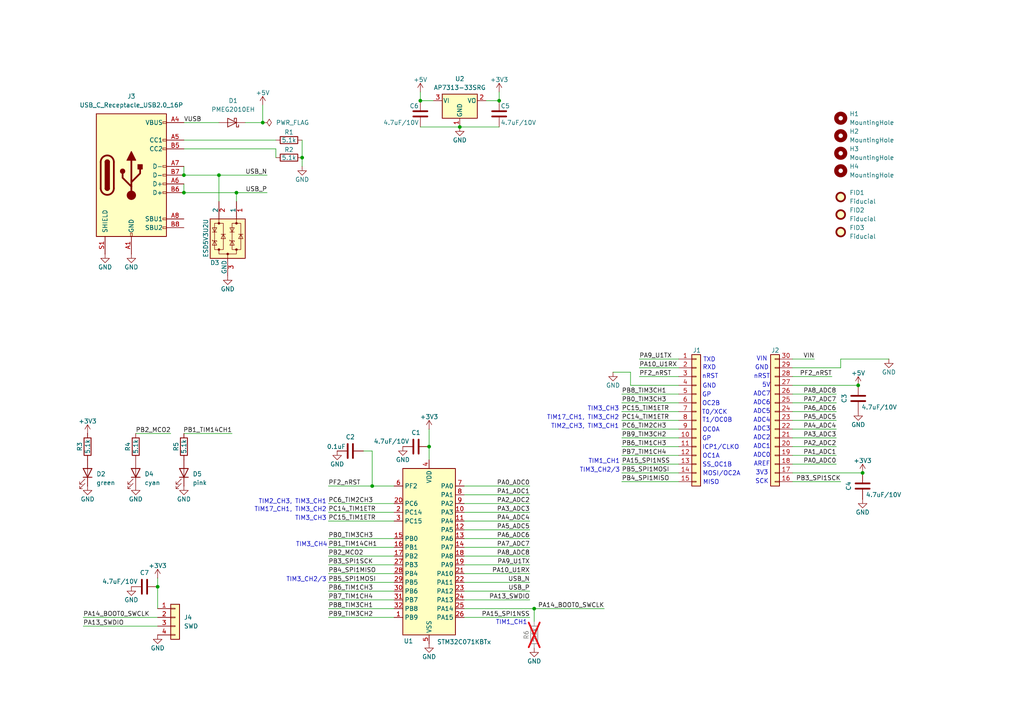
<source format=kicad_sch>
(kicad_sch (version 20250114) (generator "eeschema") (generator_version "9.0")
  (paper "A4")
  (title_block (title "C0-Nano") (date "2025-03-11") (rev "v1") (comment 1 "     https://creativecommons.org/licenses/by-sa/4.0/deed.en") (comment 2 "License: Creative Commons Attribution/Share-Alike 4.0") (comment 3 "Designed by: Benedikt Heinz <hunz at mailbox.org>"))
  (lib_symbols
    (symbol "Connector:USB_C_Receptacle_USB2.0_16P" (pin_names (offset 1.016))
      (property "Reference" "J" (at 0 22.225 0))
      (property "Value" "USB_C_Receptacle_USB2.0_16P" (at 0 19.685 0))
      (symbol "USB_C_Receptacle_USB2.0_16P_0_0"
        (rectangle (start -0.254 -17.78) (end 0.254 -16.764))
        (rectangle (start 10.16 15.494) (end 9.144 14.986))
        (rectangle (start 10.16 10.414) (end 9.144 9.906))
        (rectangle (start 10.16 7.874) (end 9.144 7.366))
        (rectangle (start 10.16 2.794) (end 9.144 2.286))
        (rectangle (start 10.16 0.254) (end 9.144 -0.254))
        (rectangle (start 10.16 -2.286) (end 9.144 -2.794))
        (rectangle (start 10.16 -4.826) (end 9.144 -5.334))
        (rectangle (start 10.16 -12.446) (end 9.144 -12.954))
        (rectangle (start 10.16 -14.986) (end 9.144 -15.494))
      )
      (symbol "USB_C_Receptacle_USB2.0_16P_0_1"
        (rectangle (start -10.16 17.78) (end 10.16 -17.78) (stroke (width 0.254)) (fill (type background)))
        (polyline (pts (xy -8.89 -3.81) (xy -8.89 3.81)) (stroke (width 0.508)))
        (rectangle (start -7.62 -3.81) (end -6.35 3.81) (stroke (width 0.254)) (fill (type outline)))
        (arc (start -7.62 3.81) (mid -6.985 4.4423) (end -6.35 3.81) (stroke (width 0.254)))
        (arc (start -7.62 3.81) (mid -6.985 4.4423) (end -6.35 3.81) (stroke (width 0.254)) (fill (type outline)))
        (arc (start -8.89 3.81) (mid -6.985 5.7067) (end -5.08 3.81) (stroke (width 0.508)))
        (arc (start -5.08 -3.81) (mid -6.985 -5.7067) (end -8.89 -3.81) (stroke (width 0.508)))
        (arc (start -6.35 -3.81) (mid -6.985 -4.4423) (end -7.62 -3.81) (stroke (width 0.254)))
        (arc (start -6.35 -3.81) (mid -6.985 -4.4423) (end -7.62 -3.81) (stroke (width 0.254)) (fill (type outline)))
        (polyline (pts (xy -5.08 3.81) (xy -5.08 -3.81)) (stroke (width 0.508)))
        (circle (center -2.54 1.143) (radius 0.635) (stroke (width 0.254)) (fill (type outline)))
        (polyline (pts (xy -1.27 4.318) (xy 0 6.858) (xy 1.27 4.318) (xy -1.27 4.318)) (stroke (width 0.254)) (fill (type outline)))
        (polyline (pts (xy 0 -2.032) (xy 2.54 0.508) (xy 2.54 1.778)) (stroke (width 0.508)))
        (polyline (pts (xy 0 -3.302) (xy -2.54 -0.762) (xy -2.54 0.508)) (stroke (width 0.508)))
        (polyline (pts (xy 0 -5.842) (xy 0 4.318)) (stroke (width 0.508)))
        (circle (center 0 -5.842) (radius 1.27) (fill (type outline)))
        (rectangle (start 1.905 1.778) (end 3.175 3.048) (stroke (width 0.254)) (fill (type outline)))
      )
      (symbol "USB_C_Receptacle_USB2.0_16P_1_1"
        (pin passive line (at -7.62 -22.86 90) (length 5.08) (name "SHIELD") (number "S1"))
        (pin passive line (at 0 -22.86 90) (length 5.08) (name "GND") (number "A1"))
        (pin passive line (at 0 -22.86 90) (length 5.08) (hide yes) (name "GND") (number "A12"))
        (pin passive line (at 0 -22.86 90) (length 5.08) (hide yes) (name "GND") (number "B1"))
        (pin passive line (at 0 -22.86 90) (length 5.08) (hide yes) (name "GND") (number "B12"))
        (pin passive line (at 15.24 15.24 180) (length 5.08) (name "VBUS") (number "A4"))
        (pin passive line (at 15.24 15.24 180) (length 5.08) (hide yes) (name "VBUS") (number "A9"))
        (pin passive line (at 15.24 15.24 180) (length 5.08) (hide yes) (name "VBUS") (number "B4"))
        (pin passive line (at 15.24 15.24 180) (length 5.08) (hide yes) (name "VBUS") (number "B9"))
        (pin bidirectional line (at 15.24 10.16 180) (length 5.08) (name "CC1") (number "A5"))
        (pin bidirectional line (at 15.24 7.62 180) (length 5.08) (name "CC2") (number "B5"))
        (pin bidirectional line (at 15.24 2.54 180) (length 5.08) (name "D-") (number "A7"))
        (pin bidirectional line (at 15.24 0 180) (length 5.08) (name "D-") (number "B7"))
        (pin bidirectional line (at 15.24 -2.54 180) (length 5.08) (name "D+") (number "A6"))
        (pin bidirectional line (at 15.24 -5.08 180) (length 5.08) (name "D+") (number "B6"))
        (pin bidirectional line (at 15.24 -12.7 180) (length 5.08) (name "SBU1") (number "A8"))
        (pin bidirectional line (at 15.24 -15.24 180) (length 5.08) (name "SBU2") (number "B8"))
      )
    )
    (symbol "Connector_Generic:Conn_01x04" (pin_names (offset 1.016) (hide yes))
      (property "Reference" "J" (at 0 5.08 0))
      (property "Value" "Conn_01x04" (at 0 -7.62 0))
      (symbol "Conn_01x04_1_1"
        (rectangle (start -1.27 3.81) (end 1.27 -6.35) (stroke (width 0.254)) (fill (type background)))
        (rectangle (start -1.27 2.667) (end 0 2.413) (stroke (width 0.1524)))
        (rectangle (start -1.27 0.127) (end 0 -0.127) (stroke (width 0.1524)))
        (rectangle (start -1.27 -2.413) (end 0 -2.667) (stroke (width 0.1524)))
        (rectangle (start -1.27 -4.953) (end 0 -5.207) (stroke (width 0.1524)))
        (pin passive line (at -5.08 2.54 0) (length 3.81) (name "Pin_1") (number "1"))
        (pin passive line (at -5.08 0 0) (length 3.81) (name "Pin_2") (number "2"))
        (pin passive line (at -5.08 -2.54 0) (length 3.81) (name "Pin_3") (number "3"))
        (pin passive line (at -5.08 -5.08 0) (length 3.81) (name "Pin_4") (number "4"))
      )
    )
    (symbol "Connector_Generic:Conn_01x15" (pin_names (offset 1.016) (hide yes))
      (property "Reference" "J" (at 0 20.32 0))
      (property "Value" "Conn_01x15" (at 0 -20.32 0))
      (symbol "Conn_01x15_1_1"
        (rectangle (start -1.27 19.05) (end 1.27 -19.05) (stroke (width 0.254)) (fill (type background)))
        (rectangle (start -1.27 17.907) (end 0 17.653) (stroke (width 0.1524)))
        (rectangle (start -1.27 15.367) (end 0 15.113) (stroke (width 0.1524)))
        (rectangle (start -1.27 12.827) (end 0 12.573) (stroke (width 0.1524)))
        (rectangle (start -1.27 10.287) (end 0 10.033) (stroke (width 0.1524)))
        (rectangle (start -1.27 7.747) (end 0 7.493) (stroke (width 0.1524)))
        (rectangle (start -1.27 5.207) (end 0 4.953) (stroke (width 0.1524)))
        (rectangle (start -1.27 2.667) (end 0 2.413) (stroke (width 0.1524)))
        (rectangle (start -1.27 0.127) (end 0 -0.127) (stroke (width 0.1524)))
        (rectangle (start -1.27 -2.413) (end 0 -2.667) (stroke (width 0.1524)))
        (rectangle (start -1.27 -4.953) (end 0 -5.207) (stroke (width 0.1524)))
        (rectangle (start -1.27 -7.493) (end 0 -7.747) (stroke (width 0.1524)))
        (rectangle (start -1.27 -10.033) (end 0 -10.287) (stroke (width 0.1524)))
        (rectangle (start -1.27 -12.573) (end 0 -12.827) (stroke (width 0.1524)))
        (rectangle (start -1.27 -15.113) (end 0 -15.367) (stroke (width 0.1524)))
        (rectangle (start -1.27 -17.653) (end 0 -17.907) (stroke (width 0.1524)))
        (pin passive line (at -5.08 17.78 0) (length 3.81) (name "Pin_1") (number "1"))
        (pin passive line (at -5.08 15.24 0) (length 3.81) (name "Pin_2") (number "2"))
        (pin passive line (at -5.08 12.7 0) (length 3.81) (name "Pin_3") (number "3"))
        (pin passive line (at -5.08 10.16 0) (length 3.81) (name "Pin_4") (number "4"))
        (pin passive line (at -5.08 7.62 0) (length 3.81) (name "Pin_5") (number "5"))
        (pin passive line (at -5.08 5.08 0) (length 3.81) (name "Pin_6") (number "6"))
        (pin passive line (at -5.08 2.54 0) (length 3.81) (name "Pin_7") (number "7"))
        (pin passive line (at -5.08 0 0) (length 3.81) (name "Pin_8") (number "8"))
        (pin passive line (at -5.08 -2.54 0) (length 3.81) (name "Pin_9") (number "9"))
        (pin passive line (at -5.08 -5.08 0) (length 3.81) (name "Pin_10") (number "10"))
        (pin passive line (at -5.08 -7.62 0) (length 3.81) (name "Pin_11") (number "11"))
        (pin passive line (at -5.08 -10.16 0) (length 3.81) (name "Pin_12") (number "12"))
        (pin passive line (at -5.08 -12.7 0) (length 3.81) (name "Pin_13") (number "13"))
        (pin passive line (at -5.08 -15.24 0) (length 3.81) (name "Pin_14") (number "14"))
        (pin passive line (at -5.08 -17.78 0) (length 3.81) (name "Pin_15") (number "15"))
      )
    )
    (symbol "Device:C" (pin_numbers (hide yes)) (pin_names (offset 0.254))
      (property "Reference" "C" (at 0.635 2.54 0))
      (property "Value" "C" (at 0.635 -2.54 0))
      (symbol "C_0_1"
        (polyline (pts (xy -2.032 0.762) (xy 2.032 0.762)) (stroke (width 0.508)))
        (polyline (pts (xy -2.032 -0.762) (xy 2.032 -0.762)) (stroke (width 0.508)))
      )
      (symbol "C_1_1"
        (pin passive line (at 0 3.81 270) (length 2.794) (name "~") (number "1"))
        (pin passive line (at 0 -3.81 90) (length 2.794) (name "~") (number "2"))
      )
    )
    (symbol "Device:LED" (pin_numbers (hide yes)) (pin_names (offset 1.016) (hide yes))
      (property "Reference" "D" (at 0 2.54 0))
      (property "Value" "LED" (at 0 -2.54 0))
      (symbol "LED_0_1"
        (polyline (pts (xy -3.048 -0.762) (xy -4.572 -2.286) (xy -3.81 -2.286) (xy -4.572 -2.286) (xy -4.572 -1.524)))
        (polyline (pts (xy -1.778 -0.762) (xy -3.302 -2.286) (xy -2.54 -2.286) (xy -3.302 -2.286) (xy -3.302 -1.524)))
        (polyline (pts (xy -1.27 0) (xy 1.27 0)))
        (polyline (pts (xy -1.27 -1.27) (xy -1.27 1.27)) (stroke (width 0.254)))
        (polyline (pts (xy 1.27 -1.27) (xy 1.27 1.27) (xy -1.27 0) (xy 1.27 -1.27)) (stroke (width 0.254)))
      )
      (symbol "LED_1_1"
        (pin passive line (at -3.81 0 0) (length 2.54) (name "K") (number "1"))
        (pin passive line (at 3.81 0 180) (length 2.54) (name "A") (number "2"))
      )
    )
    (symbol "Device:R" (pin_numbers (hide yes)) (pin_names (offset 0))
      (property "Reference" "R" (at 2.032 0 90))
      (property "Value" "R" (at 0 0 90))
      (symbol "R_0_1"
        (rectangle (start -1.016 -2.54) (end 1.016 2.54) (stroke (width 0.254)))
      )
      (symbol "R_1_1"
        (pin passive line (at 0 3.81 270) (length 1.27) (name "~") (number "1"))
        (pin passive line (at 0 -3.81 90) (length 1.27) (name "~") (number "2"))
      )
    )
    (symbol "Diode:PMEG2010EH" (pin_numbers (hide yes)) (pin_names (hide yes))
      (property "Reference" "D" (at 0 2.54 0))
      (property "Value" "PMEG2010EH" (at 0 -2.54 0))
      (symbol "PMEG2010EH_0_1"
        (polyline (pts (xy -1.905 0.635) (xy -1.905 1.27) (xy -1.27 1.27) (xy -1.27 -1.27) (xy -0.635 -1.27) (xy -0.635 -0.635)) (stroke (width 0.2032)))
        (polyline (pts (xy 1.27 1.27) (xy 1.27 -1.27) (xy -1.27 0) (xy 1.27 1.27)) (stroke (width 0.2032)))
        (polyline (pts (xy 1.27 0) (xy -1.27 0)))
      )
      (symbol "PMEG2010EH_1_1"
        (pin passive line (at -3.81 0 0) (length 2.54) (name "K") (number "1"))
        (pin passive line (at 3.81 0 180) (length 2.54) (name "A") (number "2"))
      )
    )
    (symbol "MCU_ST_STM32C0:STM32C071KBTx"
      (property "Reference" "U" (at -7.62 26.67 0))
      (property "Value" "STM32C071KBTx" (at 2.54 26.67 0))
      (symbol "STM32C071KBTx_0_1"
        (rectangle (start -7.62 -22.86) (end 7.62 25.4) (stroke (width 0.254)) (fill (type background)))
      )
      (symbol "STM32C071KBTx_1_1"
        (pin bidirectional line (at -10.16 20.32 0) (length 2.54) (name "PF2") (number "6"))
        (pin bidirectional line (at -10.16 15.24 0) (length 2.54) (name "PC6") (number "20"))
        (pin bidirectional line (at -10.16 12.7 0) (length 2.54) (name "PC14") (number "2"))
        (pin bidirectional line (at -10.16 10.16 0) (length 2.54) (name "PC15") (number "3"))
        (pin bidirectional line (at -10.16 5.08 0) (length 2.54) (name "PB0") (number "15"))
        (pin bidirectional line (at -10.16 2.54 0) (length 2.54) (name "PB1") (number "16"))
        (pin bidirectional line (at -10.16 0 0) (length 2.54) (name "PB2") (number "17"))
        (pin bidirectional line (at -10.16 -2.54 0) (length 2.54) (name "PB3") (number "27"))
        (pin bidirectional line (at -10.16 -5.08 0) (length 2.54) (name "PB4") (number "28"))
        (pin bidirectional line (at -10.16 -7.62 0) (length 2.54) (name "PB5") (number "29"))
        (pin bidirectional line (at -10.16 -10.16 0) (length 2.54) (name "PB6") (number "30"))
        (pin bidirectional line (at -10.16 -12.7 0) (length 2.54) (name "PB7") (number "31"))
        (pin bidirectional line (at -10.16 -15.24 0) (length 2.54) (name "PB8") (number "32"))
        (pin bidirectional line (at -10.16 -17.78 0) (length 2.54) (name "PB9") (number "1"))
        (pin power_in line (at 0 27.94 270) (length 2.54) (name "VDD") (number "4"))
        (pin power_in line (at 0 -25.4 90) (length 2.54) (name "VSS") (number "5"))
        (pin bidirectional line (at 10.16 20.32 180) (length 2.54) (name "PA0") (number "7"))
        (pin bidirectional line (at 10.16 17.78 180) (length 2.54) (name "PA1") (number "8"))
        (pin bidirectional line (at 10.16 15.24 180) (length 2.54) (name "PA2") (number "9"))
        (pin bidirectional line (at 10.16 12.7 180) (length 2.54) (name "PA3") (number "10"))
        (pin bidirectional line (at 10.16 10.16 180) (length 2.54) (name "PA4") (number "11"))
        (pin bidirectional line (at 10.16 7.62 180) (length 2.54) (name "PA5") (number "12"))
        (pin bidirectional line (at 10.16 5.08 180) (length 2.54) (name "PA6") (number "13"))
        (pin bidirectional line (at 10.16 2.54 180) (length 2.54) (name "PA7") (number "14"))
        (pin bidirectional line (at 10.16 0 180) (length 2.54) (name "PA8") (number "18"))
        (pin bidirectional line (at 10.16 -2.54 180) (length 2.54) (name "PA9") (number "19"))
        (pin bidirectional line (at 10.16 -5.08 180) (length 2.54) (name "PA10") (number "21"))
        (pin bidirectional line (at 10.16 -7.62 180) (length 2.54) (name "PA11") (number "22"))
        (pin bidirectional line (at 10.16 -10.16 180) (length 2.54) (name "PA12") (number "23"))
        (pin bidirectional line (at 10.16 -12.7 180) (length 2.54) (name "PA13") (number "24"))
        (pin bidirectional line (at 10.16 -15.24 180) (length 2.54) (name "PA14") (number "25"))
        (pin bidirectional line (at 10.16 -17.78 180) (length 2.54) (name "PA15") (number "26"))
      )
    )
    (symbol "Mechanical:Fiducial" (exclude_from_sim yes) (in_bom no)
      (property "Reference" "FID" (at 0 5.08 0))
      (property "Value" "Fiducial" (at 0 3.175 0))
      (symbol "Fiducial_0_1"
        (circle (center 0 0) (radius 1.27) (stroke (width 0.508)) (fill (type background)))
      )
    )
    (symbol "Mechanical:MountingHole" (pin_names (offset 1.016)) (exclude_from_sim yes) (in_bom no)
      (property "Reference" "H" (at 0 5.08 0))
      (property "Value" "MountingHole" (at 0 3.175 0))
      (symbol "MountingHole_0_1"
        (circle (center 0 0) (radius 1.27) (stroke (width 1.27)))
      )
    )
    (symbol "Regulator_Linear:MCP1703Ax-330xxTT" (pin_names (offset 0.254))
      (property "Reference" "U" (at -3.81 3.175 0))
      (property "Value" "MCP1703Ax-330xxTT" (at 0 3.175 0))
      (symbol "MCP1703Ax-330xxTT_0_1"
        (rectangle (start -5.08 -5.08) (end 5.08 1.905) (stroke (width 0.254)) (fill (type background)))
      )
      (symbol "MCP1703Ax-330xxTT_1_1"
        (pin power_in line (at -7.62 0 0) (length 2.54) (name "VI") (number "3"))
        (pin power_in line (at 0 -7.62 90) (length 2.54) (name "GND") (number "1"))
        (pin power_out line (at 7.62 0 180) (length 2.54) (name "VO") (number "2"))
      )
    )
    (symbol "ft234_lib:ESD5V3U2U" (pin_names (offset 0))
      (property "Reference" "D" (at 6.35 -3.81 0))
      (property "Value" "ESD5V3U2U" (at 7.62 -7.62 0))
      (symbol "ESD5V3U2U_0_1"
        (rectangle (start -5.08 5.08) (end 5.08 -6.35) (stroke (width 0.254)) (fill (type background)))
        (polyline (pts (xy -4.445 0.635) (xy -3.175 0.635)))
        (rectangle (start -3.81 3.81) (end -1.27 -3.81))
        (polyline (pts (xy -3.175 -0.635) (xy -4.445 -0.635) (xy -3.81 0.635) (xy -3.175 -0.635)))
        (circle (center -2.54 3.81) (radius 0.2794) (fill (type outline)))
        (polyline (pts (xy -2.54 3.81) (xy -2.54 5.08)))
        (circle (center -2.54 -3.81) (radius 0.2794) (fill (type outline)))
        (polyline (pts (xy -1.905 2.54) (xy -0.635 2.54) (xy -1.27 1.27) (xy -1.905 2.54)))
        (polyline (pts (xy -1.905 -1.27) (xy -1.905 -1.524)))
        (polyline (pts (xy -1.905 -1.27) (xy -0.635 -1.27)))
        (polyline (pts (xy -0.635 1.27) (xy -1.905 1.27)))
        (polyline (pts (xy -0.635 -1.27) (xy -0.635 -1.016)))
        (polyline (pts (xy -0.635 -2.54) (xy -1.905 -2.54) (xy -1.27 -1.27) (xy -0.635 -2.54)))
        (circle (center 0 -5.08) (radius 0.2794) (fill (type outline)))
        (polyline (pts (xy 0 -6.35) (xy 0 -5.08)))
        (polyline (pts (xy 0.635 0.635) (xy 1.905 0.635)))
        (rectangle (start 1.27 3.81) (end 3.81 -3.81))
        (polyline (pts (xy 1.905 -0.635) (xy 0.635 -0.635) (xy 1.27 0.635) (xy 1.905 -0.635)))
        (polyline (pts (xy 2.54 3.81) (xy 2.54 5.08)))
        (circle (center 2.54 3.81) (radius 0.2794) (fill (type outline)))
        (polyline (pts (xy 2.54 -3.81) (xy 2.54 -5.08) (xy 0 -5.08) (xy -2.54 -5.08) (xy -2.54 -3.81)))
        (circle (center 2.54 -3.81) (radius 0.2794) (fill (type outline)))
        (polyline (pts (xy 3.175 2.54) (xy 4.445 2.54) (xy 3.81 1.27) (xy 3.175 2.54)))
        (polyline (pts (xy 3.175 -1.27) (xy 3.175 -1.524)))
        (polyline (pts (xy 3.175 -1.27) (xy 4.445 -1.27)))
        (polyline (pts (xy 4.445 1.27) (xy 3.175 1.27)))
        (polyline (pts (xy 4.445 -1.27) (xy 4.445 -1.016)))
        (polyline (pts (xy 4.445 -2.54) (xy 3.175 -2.54) (xy 3.81 -1.27) (xy 4.445 -2.54)))
      )
      (symbol "ESD5V3U2U_1_1"
        (pin passive line (at -2.54 10.16 270) (length 5.08) (name "1") (number "1"))
        (pin passive line (at 0 -11.43 90) (length 5.08) (name "GND") (number "3"))
        (pin passive line (at 2.54 10.16 270) (length 5.08) (name "2") (number "2"))
      )
    )
    (symbol "power:+3V3" (power) (pin_numbers (hide yes)) (pin_names (offset 0) (hide yes))
      (property "Value" "+3V3" (at 0 3.556 0))
      (symbol "+3V3_0_1"
        (polyline (pts (xy -0.762 1.27) (xy 0 2.54)))
        (polyline (pts (xy 0 2.54) (xy 0.762 1.27)))
        (polyline (pts (xy 0 0) (xy 0 2.54)))
      )
      (symbol "+3V3_1_1"
        (pin power_in line (at 0 0 90) (length 0) (name "~") (number "1"))
      )
    )
    (symbol "power:+5V" (power) (pin_numbers (hide yes)) (pin_names (offset 0) (hide yes))
      (property "Value" "+5V" (at 0 3.556 0))
      (symbol "+5V_0_1"
        (polyline (pts (xy -0.762 1.27) (xy 0 2.54)))
        (polyline (pts (xy 0 2.54) (xy 0.762 1.27)))
        (polyline (pts (xy 0 0) (xy 0 2.54)))
      )
      (symbol "+5V_1_1"
        (pin power_in line (at 0 0 90) (length 0) (name "~") (number "1"))
      )
    )
    (symbol "power:GND" (power) (pin_numbers (hide yes)) (pin_names (offset 0) (hide yes))
      (property "Value" "GND" (at 0 -3.81 0))
      (symbol "GND_0_1"
        (polyline (pts (xy 0 0) (xy 0 -1.27) (xy 1.27 -1.27) (xy 0 -2.54) (xy -1.27 -1.27) (xy 0 -1.27)))
      )
      (symbol "GND_1_1"
        (pin power_in line (at 0 0 270) (length 0) (name "~") (number "1"))
      )
    )
    (symbol "power:PWR_FLAG" (power) (pin_numbers (hide yes)) (pin_names (offset 0) (hide yes))
      (property "Value" "PWR_FLAG" (at 0 3.81 0))
      (symbol "PWR_FLAG_0_0"
        (pin power_out line (at 0 0 90) (length 0) (name "~") (number "1"))
      )
      (symbol "PWR_FLAG_0_1"
        (polyline (pts (xy 0 0) (xy 0 1.27) (xy -1.016 1.905) (xy 0 2.54) (xy 1.016 1.905) (xy 0 1.27)))
      )
    )
    (symbol "symbols:Conn_01x15_16_30" (pin_names (offset 1.016) (hide yes))
      (property "Reference" "J" (at 0 20.32 0))
      (property "Value" "Conn_01x15_16_30" (at 0 -20.32 0))
      (symbol "Conn_01x15_16_30_1_1"
        (rectangle (start -1.27 19.05) (end 1.27 -19.05) (stroke (width 0.254)) (fill (type background)))
        (rectangle (start -1.27 17.907) (end 0 17.653) (stroke (width 0.1524)))
        (rectangle (start -1.27 15.367) (end 0 15.113) (stroke (width 0.1524)))
        (rectangle (start -1.27 12.827) (end 0 12.573) (stroke (width 0.1524)))
        (rectangle (start -1.27 10.287) (end 0 10.033) (stroke (width 0.1524)))
        (rectangle (start -1.27 7.747) (end 0 7.493) (stroke (width 0.1524)))
        (rectangle (start -1.27 5.207) (end 0 4.953) (stroke (width 0.1524)))
        (rectangle (start -1.27 2.667) (end 0 2.413) (stroke (width 0.1524)))
        (rectangle (start -1.27 0.127) (end 0 -0.127) (stroke (width 0.1524)))
        (rectangle (start -1.27 -2.413) (end 0 -2.667) (stroke (width 0.1524)))
        (rectangle (start -1.27 -4.953) (end 0 -5.207) (stroke (width 0.1524)))
        (rectangle (start -1.27 -7.493) (end 0 -7.747) (stroke (width 0.1524)))
        (rectangle (start -1.27 -10.033) (end 0 -10.287) (stroke (width 0.1524)))
        (rectangle (start -1.27 -12.573) (end 0 -12.827) (stroke (width 0.1524)))
        (rectangle (start -1.27 -15.113) (end 0 -15.367) (stroke (width 0.1524)))
        (rectangle (start -1.27 -17.653) (end 0 -17.907) (stroke (width 0.1524)))
        (pin passive line (at -5.08 17.78 0) (length 3.81) (name "Pin_16") (number "16"))
        (pin passive line (at -5.08 15.24 0) (length 3.81) (name "Pin_17") (number "17"))
        (pin passive line (at -5.08 12.7 0) (length 3.81) (name "Pin_18") (number "18"))
        (pin passive line (at -5.08 10.16 0) (length 3.81) (name "Pin_19") (number "19"))
        (pin passive line (at -5.08 7.62 0) (length 3.81) (name "Pin_20") (number "20"))
        (pin passive line (at -5.08 5.08 0) (length 3.81) (name "Pin_21") (number "21"))
        (pin passive line (at -5.08 2.54 0) (length 3.81) (name "Pin_22") (number "22"))
        (pin passive line (at -5.08 0 0) (length 3.81) (name "Pin_23") (number "23"))
        (pin passive line (at -5.08 -2.54 0) (length 3.81) (name "Pin_24") (number "24"))
        (pin passive line (at -5.08 -5.08 0) (length 3.81) (name "Pin_25") (number "25"))
        (pin passive line (at -5.08 -7.62 0) (length 3.81) (name "Pin_26") (number "26"))
        (pin passive line (at -5.08 -10.16 0) (length 3.81) (name "Pin_27") (number "27"))
        (pin passive line (at -5.08 -12.7 0) (length 3.81) (name "Pin_28") (number "28"))
        (pin passive line (at -5.08 -15.24 0) (length 3.81) (name "Pin_29") (number "29"))
        (pin passive line (at -5.08 -17.78 0) (length 3.81) (name "Pin_30") (number "30"))
      )
    )
  )
  (text "TIM2_CH3, TIM3_CH1" (at 94.742 145.542 0) (effects (font (size 1.27 1.27)) (justify right)))
  (text "RXD" (at 205.74 106.68 0) (effects (font (size 1.27 1.27))))
  (text "GND" (at 220.98 106.68 0) (effects (font (size 1.27 1.27))))
  (text "TIM3_CH2/3" (at 179.832 136.398 0) (effects (font (size 1.27 1.27)) (justify right)))
  (text "OC2B" (at 206.248 117.094 0) (effects (font (size 1.27 1.27))))
  (text "nRST" (at 205.994 109.22 0) (effects (font (size 1.27 1.27))))
  (text "GP" (at 204.978 127.254 0) (effects (font (size 1.27 1.27))))
  (text "OC0A" (at 206.248 124.714 0) (effects (font (size 1.27 1.27))))
  (text "TIM17_CH1, TIM3_CH2" (at 179.578 121.158 0) (effects (font (size 1.27 1.27)) (justify right)))
  (text "OC1A" (at 206.248 132.334 0) (effects (font (size 1.27 1.27))))
  (text "ADC7" (at 220.98 114.3 0) (effects (font (size 1.27 1.27))))
  (text "3V3" (at 220.98 137.16 0) (effects (font (size 1.27 1.27))))
  (text "nRST" (at 220.98 109.22 0) (effects (font (size 1.27 1.27))))
  (text "ADC6" (at 220.98 116.84 0) (effects (font (size 1.27 1.27))))
  (text "ADC4" (at 220.98 121.92 0) (effects (font (size 1.27 1.27))))
  (text "TIM1_CH1" (at 143.764 180.594 0) (effects (font (size 1.27 1.27)) (justify left)))
  (text "TIM3_CH2/3" (at 94.742 168.148 0) (effects (font (size 1.27 1.27)) (justify right)))
  (text "MISO" (at 206.248 139.954 0) (effects (font (size 1.27 1.27))))
  (text "ADC3" (at 220.98 124.46 0) (effects (font (size 1.27 1.27))))
  (text "TIM3_CH3" (at 179.578 118.618 0) (effects (font (size 1.27 1.27)) (justify right)))
  (text "TIM17_CH1, TIM3_CH2" (at 94.742 147.828 0) (effects (font (size 1.27 1.27)) (justify right)))
  (text "GND" (at 205.74 112.014 0) (effects (font (size 1.27 1.27))))
  (text "SS_OC1B" (at 208.026 134.874 0) (effects (font (size 1.27 1.27))))
  (text "GP" (at 204.978 114.554 0) (effects (font (size 1.27 1.27))))
  (text "VIN" (at 220.98 104.14 0) (effects (font (size 1.27 1.27))))
  (text "AREF" (at 220.98 134.62 0) (effects (font (size 1.27 1.27))))
  (text "ADC1" (at 220.98 129.54 0) (effects (font (size 1.27 1.27))))
  (text "T1/OC0B" (at 208.026 121.92 0) (effects (font (size 1.27 1.27))))
  (text "TIM3_CH3" (at 94.742 150.368 0) (effects (font (size 1.27 1.27)) (justify right)))
  (text "ADC0" (at 220.98 132.08 0) (effects (font (size 1.27 1.27))))
  (text "TIM2_CH3, TIM3_CH1" (at 179.578 123.698 0) (effects (font (size 1.27 1.27)) (justify right)))
  (text "T0/XCK" (at 207.264 119.634 0) (effects (font (size 1.27 1.27))))
  (text "TIM3_CH4" (at 94.996 157.988 0) (effects (font (size 1.27 1.27)) (justify right)))
  (text "ADC5" (at 220.98 119.38 0) (effects (font (size 1.27 1.27))))
  (text "SCK" (at 220.98 139.7 0) (effects (font (size 1.27 1.27))))
  (text "ICP1/CLKO" (at 209.042 129.794 0) (effects (font (size 1.27 1.27))))
  (text "TIM1_CH1" (at 179.832 133.858 0) (effects (font (size 1.27 1.27)) (justify right)))
  (text "ADC2" (at 220.98 127 0) (effects (font (size 1.27 1.27))))
  (text "5V" (at 222.25 111.76 0) (effects (font (size 1.27 1.27))))
  (text "MOSI/OC2A" (at 209.296 137.414 0) (effects (font (size 1.27 1.27))))
  (text "TXD" (at 205.74 104.394 0) (effects (font (size 1.27 1.27))))
  (junction (at 68.58 55.88))
  (junction (at 154.94 176.53))
  (junction (at 121.92 29.21))
  (junction (at 107.95 140.97))
  (junction (at 144.78 29.21))
  (junction (at 248.92 111.76))
  (junction (at 87.63 45.72))
  (junction (at 63.5 50.8))
  (junction (at 250.19 137.16))
  (junction (at 76.2 35.56))
  (junction (at 53.34 55.88))
  (junction (at 133.35 36.83))
  (junction (at 45.72 170.18))
  (junction (at 53.34 50.8))
  (junction (at 124.46 129.54))
  (wire (pts (xy 153.67 140.97) (xy 134.62 140.97)))
  (wire (pts (xy 242.57 132.08) (xy 229.87 132.08)))
  (wire (pts (xy 180.34 137.16) (xy 196.85 137.16)))
  (wire (pts (xy 53.34 40.64) (xy 80.01 40.64)))
  (wire (pts (xy 95.25 158.75) (xy 114.3 158.75)))
  (wire (pts (xy 124.46 129.54) (xy 124.46 133.35)))
  (wire (pts (xy 153.67 156.21) (xy 134.62 156.21)))
  (wire (pts (xy 153.67 168.91) (xy 134.62 168.91)))
  (wire (pts (xy 95.25 151.13) (xy 114.3 151.13)))
  (wire (pts (xy 107.95 130.81) (xy 107.95 140.97)))
  (wire (pts (xy 80.01 43.18) (xy 80.01 45.72)))
  (wire (pts (xy 105.41 130.81) (xy 107.95 130.81)))
  (wire (pts (xy 242.57 127) (xy 229.87 127)))
  (wire (pts (xy 242.57 129.54) (xy 229.87 129.54)))
  (wire (pts (xy 71.12 35.56) (xy 76.2 35.56)))
  (wire (pts (xy 153.67 143.51) (xy 134.62 143.51)))
  (wire (pts (xy 63.5 50.8) (xy 77.47 50.8)))
  (wire (pts (xy 95.25 146.05) (xy 114.3 146.05)))
  (wire (pts (xy 180.34 139.7) (xy 196.85 139.7)))
  (wire (pts (xy 229.87 137.16) (xy 250.19 137.16)))
  (wire (pts (xy 53.34 43.18) (xy 80.01 43.18)))
  (wire (pts (xy 243.84 104.14) (xy 257.81 104.14)))
  (wire (pts (xy 140.97 29.21) (xy 144.78 29.21)))
  (wire (pts (xy 229.87 111.76) (xy 248.92 111.76)))
  (wire (pts (xy 180.34 121.92) (xy 196.85 121.92)))
  (wire (pts (xy 95.25 163.83) (xy 114.3 163.83)))
  (wire (pts (xy 185.42 106.68) (xy 196.85 106.68)))
  (wire (pts (xy 53.34 125.73) (xy 67.31 125.73)))
  (wire (pts (xy 49.53 125.73) (xy 39.37 125.73)))
  (wire (pts (xy 242.57 121.92) (xy 229.87 121.92)))
  (wire (pts (xy 76.2 30.48) (xy 76.2 35.56)))
  (wire (pts (xy 133.35 36.83) (xy 144.78 36.83)))
  (wire (pts (xy 95.25 173.99) (xy 114.3 173.99)))
  (wire (pts (xy 95.25 156.21) (xy 114.3 156.21)))
  (wire (pts (xy 242.57 134.62) (xy 229.87 134.62)))
  (wire (pts (xy 95.25 161.29) (xy 114.3 161.29)))
  (wire (pts (xy 144.78 26.67) (xy 144.78 29.21)))
  (wire (pts (xy 121.92 26.67) (xy 121.92 29.21)))
  (wire (pts (xy 242.57 124.46) (xy 229.87 124.46)))
  (wire (pts (xy 180.34 114.3) (xy 196.85 114.3)))
  (wire (pts (xy 153.67 151.13) (xy 134.62 151.13)))
  (wire (pts (xy 185.42 104.14) (xy 196.85 104.14)))
  (wire (pts (xy 153.67 148.59) (xy 134.62 148.59)))
  (wire (pts (xy 180.34 119.38) (xy 196.85 119.38)))
  (wire (pts (xy 68.58 55.88) (xy 77.47 55.88)))
  (wire (pts (xy 180.34 134.62) (xy 196.85 134.62)))
  (wire (pts (xy 53.34 48.26) (xy 53.34 50.8)))
  (wire (pts (xy 229.87 106.68) (xy 243.84 106.68)))
  (wire (pts (xy 124.46 124.46) (xy 124.46 129.54)))
  (wire (pts (xy 95.25 166.37) (xy 114.3 166.37)))
  (wire (pts (xy 182.88 111.76) (xy 196.85 111.76)))
  (wire (pts (xy 180.34 124.46) (xy 196.85 124.46)))
  (wire (pts (xy 242.57 119.38) (xy 229.87 119.38)))
  (wire (pts (xy 180.34 127) (xy 196.85 127)))
  (wire (pts (xy 121.92 36.83) (xy 133.35 36.83)))
  (wire (pts (xy 180.34 116.84) (xy 196.85 116.84)))
  (wire (pts (xy 229.87 109.22) (xy 241.3 109.22)))
  (wire (pts (xy 95.25 148.59) (xy 114.3 148.59)))
  (wire (pts (xy 63.5 58.42) (xy 63.5 50.8)))
  (wire (pts (xy 153.67 179.07) (xy 134.62 179.07)))
  (wire (pts (xy 87.63 40.64) (xy 87.63 45.72)))
  (wire (pts (xy 95.25 179.07) (xy 114.3 179.07)))
  (wire (pts (xy 153.67 166.37) (xy 134.62 166.37)))
  (wire (pts (xy 242.57 114.3) (xy 229.87 114.3)))
  (wire (pts (xy 95.25 176.53) (xy 114.3 176.53)))
  (wire (pts (xy 87.63 48.26) (xy 87.63 45.72)))
  (wire (pts (xy 53.34 53.34) (xy 53.34 55.88)))
  (wire (pts (xy 153.67 158.75) (xy 134.62 158.75)))
  (wire (pts (xy 182.88 107.95) (xy 182.88 111.76)))
  (wire (pts (xy 229.87 139.7) (xy 243.84 139.7)))
  (wire (pts (xy 153.67 171.45) (xy 134.62 171.45)))
  (wire (pts (xy 243.84 106.68) (xy 243.84 104.14)))
  (wire (pts (xy 180.34 129.54) (xy 196.85 129.54)))
  (wire (pts (xy 175.26 176.53) (xy 154.94 176.53)))
  (wire (pts (xy 95.25 171.45) (xy 114.3 171.45)))
  (wire (pts (xy 95.25 168.91) (xy 114.3 168.91)))
  (wire (pts (xy 95.25 140.97) (xy 107.95 140.97)))
  (wire (pts (xy 177.8 107.95) (xy 182.88 107.95)))
  (wire (pts (xy 153.67 146.05) (xy 134.62 146.05)))
  (wire (pts (xy 153.67 153.67) (xy 134.62 153.67)))
  (wire (pts (xy 196.85 109.22) (xy 185.42 109.22)))
  (wire (pts (xy 45.72 176.53) (xy 45.72 170.18)))
  (wire (pts (xy 53.34 35.56) (xy 63.5 35.56)))
  (wire (pts (xy 68.58 55.88) (xy 68.58 58.42)))
  (wire (pts (xy 53.34 50.8) (xy 63.5 50.8)))
  (wire (pts (xy 229.87 104.14) (xy 236.22 104.14)))
  (wire (pts (xy 153.67 163.83) (xy 134.62 163.83)))
  (wire (pts (xy 154.94 176.53) (xy 134.62 176.53)))
  (wire (pts (xy 121.92 29.21) (xy 125.73 29.21)))
  (wire (pts (xy 153.67 173.99) (xy 134.62 173.99)))
  (wire (pts (xy 24.13 179.07) (xy 45.72 179.07)))
  (wire (pts (xy 107.95 140.97) (xy 114.3 140.97)))
  (wire (pts (xy 180.34 132.08) (xy 196.85 132.08)))
  (wire (pts (xy 53.34 55.88) (xy 68.58 55.88)))
  (wire (pts (xy 24.13 181.61) (xy 45.72 181.61)))
  (wire (pts (xy 242.57 116.84) (xy 229.87 116.84)))
  (wire (pts (xy 154.94 180.34) (xy 154.94 176.53)))
  (wire (pts (xy 153.67 161.29) (xy 134.62 161.29)))
  (wire (pts (xy 45.72 170.18) (xy 45.72 167.64)))
  (label "PA9_U1TX" (at 153.67 163.83 180))
  (label "PB7_TIM1CH4" (at 95.25 173.99 0))
  (label "PB5_SPI1MOSI" (at 180.34 137.16 0))
  (label "PA1_ADC1" (at 242.57 132.08 180))
  (label "PA14_BOOT0_SWCLK" (at 175.26 176.53 180))
  (label "PA13_SWDIO" (at 24.13 181.61 0))
  (label "PB4_SPI1MISO" (at 95.25 166.37 0))
  (label "PA5_ADC5" (at 242.57 121.92 180))
  (label "PF2_nRST" (at 185.42 109.22 0))
  (label "USB_N" (at 77.47 50.8 180))
  (label "PC14_TIM1ETR" (at 95.25 148.59 0))
  (label "PA6_ADC6" (at 153.67 156.21 180))
  (label "PA13_SWDIO" (at 153.67 173.99 180))
  (label "PA15_SPI1NSS" (at 153.67 179.07 180))
  (label "PA7_ADC7" (at 153.67 158.75 180))
  (label "PF2_nRST" (at 241.3 109.22 180))
  (label "PB5_SPI1MOSI" (at 95.25 168.91 0))
  (label "PB2_MCO2" (at 95.25 161.29 0))
  (label "PB3_SPI1SCK" (at 95.25 163.83 0))
  (label "PB6_TIM1CH3" (at 95.25 171.45 0))
  (label "PB8_TIM3CH1" (at 95.25 176.53 0))
  (label "PA15_SPI1NSS" (at 180.34 134.62 0))
  (label "PA0_ADC0" (at 242.57 134.62 180))
  (label "PB0_TIM3CH3" (at 180.34 116.84 0))
  (label "PA4_ADC4" (at 153.67 151.13 180))
  (label "PA3_ADC3" (at 153.67 148.59 180))
  (label "PB7_TIM1CH4" (at 180.34 132.08 0))
  (label "PA10_U1RX" (at 185.42 106.68 0))
  (label "PA14_BOOT0_SWCLK" (at 24.13 179.07 0))
  (label "PB4_SPI1MISO" (at 180.34 139.7 0))
  (label "PC14_TIM1ETR" (at 180.34 121.92 0))
  (label "PA1_ADC1" (at 153.67 143.51 180))
  (label "PA0_ADC0" (at 153.67 140.97 180))
  (label "PA5_ADC5" (at 153.67 153.67 180))
  (label "PC6_TIM2CH3" (at 95.25 146.05 0))
  (label "PA3_ADC3" (at 242.57 127 180))
  (label "PA8_ADC8" (at 242.57 114.3 180))
  (label "PB0_TIM3CH3" (at 95.25 156.21 0))
  (label "VUSB" (at 53.34 35.56 0))
  (label "PA8_ADC8" (at 153.67 161.29 180))
  (label "PA4_ADC4" (at 242.57 124.46 180))
  (label "PB1_TIM14CH1" (at 67.31 125.73 180))
  (label "PC6_TIM2CH3" (at 180.34 124.46 0))
  (label "PB1_TIM14CH1" (at 95.25 158.75 0))
  (label "PB3_SPI1SCK" (at 243.84 139.7 180))
  (label "PA6_ADC6" (at 242.57 119.38 180))
  (label "PB9_TIM3CH2" (at 180.34 127 0))
  (label "PC15_TIM1ETR" (at 95.25 151.13 0))
  (label "PA7_ADC7" (at 242.57 116.84 180))
  (label "PC15_TIM1ETR" (at 180.34 119.38 0))
  (label "PF2_nRST" (at 95.25 140.97 0))
  (label "PA2_ADC2" (at 153.67 146.05 180))
  (label "USB_N" (at 153.67 168.91 180))
  (label "USB_P" (at 153.67 171.45 180))
  (label "PB9_TIM3CH2" (at 95.25 179.07 0))
  (label "PA9_U1TX" (at 185.42 104.14 0))
  (label "PB8_TIM3CH1" (at 180.34 114.3 0))
  (label "PB6_TIM1CH3" (at 180.34 129.54 0))
  (label "USB_P" (at 77.47 55.88 180))
  (label "PA2_ADC2" (at 242.57 129.54 180))
  (label "PA10_U1RX" (at 153.67 166.37 180))
  (label "PB2_MCO2" (at 49.53 125.73 180))
  (label "VIN" (at 236.22 104.14 180))
  (symbol (lib_id "power:+5V") (at 121.92 26.67 0) (unit 1)
    (property "Reference" "#PWR013" (effects (hide yes)))
    (property "Value" "+5V" (at 121.92 23.114 0))
    (property "Description" "Power symbol creates a global label with name \"+5V\"" (effects (hide yes)))
  )
  (symbol (lib_id "Device:C") (at 41.91 170.18 90) (unit 1)
    (property "Reference" "C7" (at 41.91 166.116 90))
    (property "Value" "4.7uF/10V" (at 34.798 168.656 90))
    (property "Footprint" "Capacitor_SMD:C_0402_1005Metric" (effects (hide yes)))
    (property "Description" "Unpolarized capacitor" (effects (hide yes)))
  )
  (symbol (lib_id "power:GND") (at 87.63 48.26 0) (unit 1)
    (property "Reference" "#PWR016" (effects (hide yes)))
    (property "Value" "GND" (at 87.63 52.07 0))
    (property "Description" "Power symbol creates a global label with name \"GND\" , ground" (effects (hide yes)))
  )
  (symbol (lib_id "power:GND") (at 154.94 187.96 0) (unit 1)
    (property "Reference" "#PWR026" (effects (hide yes)))
    (property "Value" "GND" (at 154.94 191.77 0))
    (property "Description" "Power symbol creates a global label with name \"GND\" , ground" (effects (hide yes)))
  )
  (symbol (lib_id "Regulator_Linear:MCP1703Ax-330xxTT") (at 133.35 29.21 0) (unit 1)
    (property "Reference" "U2" (at 133.35 22.86 0))
    (property "Value" "AP7313-33SRG" (at 133.35 25.4 0))
    (property "Footprint" "Package_TO_SOT_SMD:SOT-23-3" (effects (hide yes)))
    (property "Datasheet" "http://ww1.microchip.com/downloads/en/DeviceDoc/20005122B.pdf" (effects (hide yes)))
    (property "Description" "Low Quiescent Current LDO Regulator, 3.3V, 250mA, Vin<=16V, SOT-23" (effects (hide yes)))
  )
  (symbol (lib_id "Diode:PMEG2010EH") (at 67.31 35.56 180) (unit 1)
    (property "Reference" "D1" (at 67.6275 29.21 0))
    (property "Value" "PMEG2010EH" (at 67.6275 31.75 0))
    (property "Footprint" "Diode_SMD:D_SOD-123F" (effects (hide yes)))
    (property "Datasheet" "https://assets.nexperia.com/documents/data-sheet/PMEG2010EH_EJ_ET.pdf" (effects (hide yes)))
    (property "Description" "20V, 1A very low Vf MEGA Schottky barrier rectifier, SOD-123F" (effects (hide yes)))
  )
  (symbol (lib_id "MCU_ST_STM32C0:STM32C071KBTx") (at 124.46 161.29 0) (unit 1)
    (property "Reference" "U1" (at 117.094 185.928 0) (effects (justify left)))
    (property "Value" "STM32C071KBTx" (at 126.746 186.182 0) (effects (justify left)))
    (property "Footprint" "Package_QFP:LQFP-32_7x7mm_P0.8mm" (effects (hide yes)))
    (property "Datasheet" "https://www.st.com/resource/en/datasheet/stm32c071kb.pdf" (effects (hide yes)))
    (property "Description" "STMicroelectronics Arm Cortex-M0+ MCU, 128KB flash, 24KB RAM, 30 GPIO, LQFP32_GP" (effects (hide yes)))
  )
  (symbol (lib_id "power:GND") (at 30.48 73.66 0) (unit 1)
    (property "Reference" "#PWR015" (effects (hide yes)))
    (property "Value" "GND" (at 30.48 77.47 0))
    (property "Description" "Power symbol creates a global label with name \"GND\" , ground" (effects (hide yes)))
  )
  (symbol (lib_id "power:+5V") (at 248.92 111.76 0) (unit 1)
    (property "Reference" "#PWR06" (effects (hide yes)))
    (property "Value" "+5V" (at 248.92 108.204 0))
    (property "Description" "Power symbol creates a global label with name \"+5V\"" (effects (hide yes)))
  )
  (symbol (lib_id "Device:R") (at 83.82 45.72 90) (unit 1)
    (property "Reference" "R2" (at 83.82 43.434 90))
    (property "Value" "5.1k" (at 83.82 45.72 90))
    (property "Footprint" "Resistor_SMD:R_0402_1005Metric" (effects (hide yes)))
    (property "Description" "Resistor" (effects (hide yes)))
  )
  (symbol (lib_id "Mechanical:Fiducial") (at 243.84 62.23 0) (unit 1) (exclude_from_sim yes) (in_bom no)
    (property "Reference" "FID2" (at 246.38 60.9599 0) (effects (justify left)))
    (property "Value" "Fiducial" (at 246.38 63.4999 0) (effects (justify left)))
    (property "Footprint" "Fiducial:Fiducial_0.5mm_Mask1mm" (effects (hide yes)))
    (property "Description" "Fiducial Marker" (effects (hide yes)))
  )
  (symbol (lib_id "Device:C") (at 144.78 33.02 0) (mirror x) (unit 1)
    (property "Reference" "C5" (at 146.558 30.734 0))
    (property "Value" "4.7uF/10V" (at 150.368 35.56 0))
    (property "Footprint" "Capacitor_SMD:C_0402_1005Metric" (effects (hide yes)))
    (property "Description" "Unpolarized capacitor" (effects (hide yes)))
  )
  (symbol (lib_id "Device:LED") (at 39.37 137.16 270) (mirror x) (unit 1)
    (property "Reference" "D4" (at 41.91 137.4774 90) (effects (justify left)))
    (property "Value" "cyan" (at 41.91 140.0174 90) (effects (justify left)))
    (property "Footprint" "LED_SMD:LED_0603_1608Metric" (effects (hide yes)))
    (property "Description" "Light emitting diode" (effects (hide yes)))
    (property "Sim.Pins" "1=K 2=A" (effects (hide yes)))
  )
  (symbol (lib_id "power:GND") (at 116.84 129.54 0) (unit 1)
    (property "Reference" "#PWR02" (effects (hide yes)))
    (property "Value" "GND" (at 116.84 133.35 0))
    (property "Description" "Power symbol creates a global label with name \"GND\" , ground" (effects (hide yes)))
  )
  (symbol (lib_id "Device:R") (at 53.34 129.54 180) (unit 1)
    (property "Reference" "R5" (at 51.054 129.54 90))
    (property "Value" "5.1k" (at 53.34 129.54 90))
    (property "Footprint" "Resistor_SMD:R_0402_1005Metric" (effects (hide yes)))
    (property "Description" "Resistor" (effects (hide yes)))
  )
  (symbol (lib_id "power:+3V3") (at 250.19 137.16 0) (unit 1)
    (property "Reference" "#PWR05" (effects (hide yes)))
    (property "Value" "+3V3" (at 250.19 133.604 0))
    (property "Description" "Power symbol creates a global label with name \"+3V3\"" (effects (hide yes)))
  )
  (symbol (lib_id "Device:C") (at 248.92 115.57 180) (unit 1)
    (property "Reference" "C3" (at 244.856 115.57 90))
    (property "Value" "4.7uF/10V" (at 255.016 118.11 0))
    (property "Footprint" "Capacitor_SMD:C_0402_1005Metric" (effects (hide yes)))
    (property "Description" "Unpolarized capacitor" (effects (hide yes)))
  )
  (symbol (lib_id "Device:C") (at 120.65 129.54 90) (unit 1)
    (property "Reference" "C1" (at 120.65 125.476 90))
    (property "Value" "4.7uF/10V" (at 113.538 128.016 90))
    (property "Footprint" "Capacitor_SMD:C_0402_1005Metric" (effects (hide yes)))
    (property "Description" "Unpolarized capacitor" (effects (hide yes)))
  )
  (symbol (lib_id "power:GND") (at 97.79 130.81 0) (unit 1)
    (property "Reference" "#PWR04" (effects (hide yes)))
    (property "Value" "GND" (at 97.79 134.62 0))
    (property "Description" "Power symbol creates a global label with name \"GND\" , ground" (effects (hide yes)))
  )
  (symbol (lib_id "Mechanical:MountingHole") (at 243.84 49.53 0) (unit 1) (exclude_from_sim yes) (in_bom no)
    (property "Reference" "H4" (at 246.38 48.2599 0) (effects (justify left)))
    (property "Value" "MountingHole" (at 246.38 50.7999 0) (effects (justify left)))
    (property "Footprint" "lib:MountingHole_1.65mm" (effects (hide yes)))
    (property "Description" "Mounting Hole without connection" (effects (hide yes)))
  )
  (symbol (lib_id "power:GND") (at 133.35 36.83 0) (unit 1)
    (property "Reference" "#PWR011" (effects (hide yes)))
    (property "Value" "GND" (at 133.35 40.64 0))
    (property "Description" "Power symbol creates a global label with name \"GND\" , ground" (effects (hide yes)))
  )
  (symbol (lib_id "power:+3V3") (at 144.78 26.67 0) (unit 1)
    (property "Reference" "#PWR012" (effects (hide yes)))
    (property "Value" "+3V3" (at 144.78 23.114 0))
    (property "Description" "Power symbol creates a global label with name \"+3V3\"" (effects (hide yes)))
  )
  (symbol (lib_id "power:GND") (at 45.72 184.15 0) (unit 1)
    (property "Reference" "#PWR019" (effects (hide yes)))
    (property "Value" "GND" (at 45.72 187.96 0))
    (property "Description" "Power symbol creates a global label with name \"GND\" , ground" (effects (hide yes)))
  )
  (symbol (lib_id "power:GND") (at 248.92 119.38 0) (unit 1)
    (property "Reference" "#PWR07" (effects (hide yes)))
    (property "Value" "GND" (at 248.92 123.19 0))
    (property "Description" "Power symbol creates a global label with name \"GND\" , ground" (effects (hide yes)))
  )
  (symbol (lib_id "power:GND") (at 38.1 170.18 0) (unit 1)
    (property "Reference" "#PWR021" (effects (hide yes)))
    (property "Value" "GND" (at 38.1 173.99 0))
    (property "Description" "Power symbol creates a global label with name \"GND\" , ground" (effects (hide yes)))
  )
  (symbol (lib_id "Mechanical:MountingHole") (at 243.84 44.45 0) (unit 1) (exclude_from_sim yes) (in_bom no)
    (property "Reference" "H3" (at 246.38 43.1799 0) (effects (justify left)))
    (property "Value" "MountingHole" (at 246.38 45.7199 0) (effects (justify left)))
    (property "Footprint" "lib:MountingHole_1.65mm" (effects (hide yes)))
    (property "Description" "Mounting Hole without connection" (effects (hide yes)))
  )
  (symbol (lib_id "Connector_Generic:Conn_01x04") (at 50.8 179.07 0) (unit 1)
    (property "Reference" "J4" (at 53.34 179.0699 0) (effects (justify left)))
    (property "Value" "SWD" (at 53.34 181.6099 0) (effects (justify left)))
    (property "Footprint" "Connector_PinHeader_2.54mm:PinHeader_1x04_P2.54mm_Vertical" (effects (hide yes)))
    (property "Description" "Generic connector, single row, 01x04, script generated (kicad-library-utils/schlib/autogen/connector/)" (effects (hide yes)))
  )
  (symbol (lib_id "Mechanical:Fiducial") (at 243.84 67.31 0) (unit 1) (exclude_from_sim yes) (in_bom no)
    (property "Reference" "FID3" (at 246.38 66.0399 0) (effects (justify left)))
    (property "Value" "Fiducial" (at 246.38 68.5799 0) (effects (justify left)))
    (property "Footprint" "Fiducial:Fiducial_0.5mm_Mask1mm" (effects (hide yes)))
    (property "Description" "Fiducial Marker" (effects (hide yes)))
  )
  (symbol (lib_id "Device:R") (at 25.4 129.54 180) (unit 1)
    (property "Reference" "R3" (at 23.114 129.54 90))
    (property "Value" "5.1k" (at 25.4 129.54 90))
    (property "Footprint" "Resistor_SMD:R_0402_1005Metric" (effects (hide yes)))
    (property "Description" "Resistor" (effects (hide yes)))
  )
  (symbol (lib_id "Device:C") (at 250.19 140.97 180) (unit 1)
    (property "Reference" "C4" (at 246.126 140.97 90))
    (property "Value" "4.7uF/10V" (at 256.286 143.51 0))
    (property "Footprint" "Capacitor_SMD:C_0402_1005Metric" (effects (hide yes)))
    (property "Description" "Unpolarized capacitor" (effects (hide yes)))
  )
  (symbol (lib_id "Connector:USB_C_Receptacle_USB2.0_16P") (at 38.1 50.8 0) (unit 1)
    (property "Reference" "J3" (at 38.1 27.94 0))
    (property "Value" "USB_C_Receptacle_USB2.0_16P" (at 38.1 30.48 0))
    (property "Footprint" "Connector_USB:USB_C_Receptacle_GCT_USB4105-xx-A_16P_TopMnt_Horizontal" (effects (hide yes)))
    (property "Datasheet" "https://www.usb.org/sites/default/files/documents/usb_type-c.zip" (effects (hide yes)))
    (property "Description" "USB 2.0-only 16P Type-C Receptacle connector" (effects (hide yes)))
  )
  (symbol (lib_id "Device:LED") (at 53.34 137.16 270) (mirror x) (unit 1)
    (property "Reference" "D5" (at 55.88 137.4774 90) (effects (justify left)))
    (property "Value" "pink" (at 55.88 140.0174 90) (effects (justify left)))
    (property "Footprint" "LED_SMD:LED_0603_1608Metric" (effects (hide yes)))
    (property "Description" "Light emitting diode" (effects (hide yes)))
    (property "Sim.Pins" "1=K 2=A" (effects (hide yes)))
  )
  (symbol (lib_id "Device:C") (at 121.92 33.02 180) (unit 1)
    (property "Reference" "C6" (at 120.142 30.734 0))
    (property "Value" "4.7uF/10V" (at 116.332 35.56 0))
    (property "Footprint" "Capacitor_SMD:C_0402_1005Metric" (effects (hide yes)))
    (property "Description" "Unpolarized capacitor" (effects (hide yes)))
  )
  (symbol (lib_id "power:+3V3") (at 124.46 124.46 0) (unit 1)
    (property "Reference" "#PWR01" (effects (hide yes)))
    (property "Value" "+3V3" (at 124.46 120.904 0))
    (property "Description" "Power symbol creates a global label with name \"+3V3\"" (effects (hide yes)))
  )
  (symbol (lib_id "Device:C") (at 101.6 130.81 90) (unit 1)
    (property "Reference" "C2" (at 101.6 126.746 90))
    (property "Value" "0.1uF" (at 97.536 129.54 90))
    (property "Footprint" "Capacitor_SMD:C_0402_1005Metric" (effects (hide yes)))
    (property "Description" "Unpolarized capacitor" (effects (hide yes)))
  )
  (symbol (lib_id "power:+5V") (at 76.2 30.48 0) (unit 1)
    (property "Reference" "#PWR017" (effects (hide yes)))
    (property "Value" "+5V" (at 76.2 26.924 0))
    (property "Description" "Power symbol creates a global label with name \"+5V\"" (effects (hide yes)))
  )
  (symbol (lib_id "power:GND") (at 53.34 140.97 0) (unit 1)
    (property "Reference" "#PWR025" (effects (hide yes)))
    (property "Value" "GND" (at 53.34 144.78 0))
    (property "Description" "Power symbol creates a global label with name \"GND\" , ground" (effects (hide yes)))
  )
  (symbol (lib_id "power:GND") (at 66.04 80.01 0) (unit 1)
    (property "Reference" "#PWR018" (effects (hide yes)))
    (property "Value" "GND" (at 66.04 83.82 0))
    (property "Description" "Power symbol creates a global label with name \"GND\" , ground" (effects (hide yes)))
  )
  (symbol (lib_id "power:GND") (at 124.46 186.69 0) (unit 1)
    (property "Reference" "#PWR03" (effects (hide yes)))
    (property "Value" "GND" (at 124.46 190.5 0))
    (property "Description" "Power symbol creates a global label with name \"GND\" , ground" (effects (hide yes)))
  )
  (symbol (lib_id "power:GND") (at 39.37 140.97 0) (unit 1)
    (property "Reference" "#PWR024" (effects (hide yes)))
    (property "Value" "GND" (at 39.37 144.78 0))
    (property "Description" "Power symbol creates a global label with name \"GND\" , ground" (effects (hide yes)))
  )
  (symbol (lib_id "Mechanical:MountingHole") (at 243.84 39.37 0) (unit 1) (exclude_from_sim yes) (in_bom no)
    (property "Reference" "H2" (at 246.38 38.0999 0) (effects (justify left)))
    (property "Value" "MountingHole" (at 246.38 40.6399 0) (effects (justify left)))
    (property "Footprint" "lib:MountingHole_1.65mm" (effects (hide yes)))
    (property "Description" "Mounting Hole without connection" (effects (hide yes)))
  )
  (symbol (lib_id "power:GND") (at 177.8 107.95 0) (unit 1)
    (property "Reference" "#PWR010" (effects (hide yes)))
    (property "Value" "GND" (at 177.8 111.76 0))
    (property "Description" "Power symbol creates a global label with name \"GND\" , ground" (effects (hide yes)))
  )
  (symbol (lib_id "Mechanical:Fiducial") (at 243.84 57.15 0) (unit 1) (exclude_from_sim yes) (in_bom no)
    (property "Reference" "FID1" (at 246.38 55.8799 0) (effects (justify left)))
    (property "Value" "Fiducial" (at 246.38 58.4199 0) (effects (justify left)))
    (property "Footprint" "Fiducial:Fiducial_0.5mm_Mask1mm" (effects (hide yes)))
    (property "Description" "Fiducial Marker" (effects (hide yes)))
  )
  (symbol (lib_id "Mechanical:MountingHole") (at 243.84 34.29 0) (unit 1) (exclude_from_sim yes) (in_bom no)
    (property "Reference" "H1" (at 246.38 33.0199 0) (effects (justify left)))
    (property "Value" "MountingHole" (at 246.38 35.5599 0) (effects (justify left)))
    (property "Footprint" "lib:MountingHole_1.65mm" (effects (hide yes)))
    (property "Description" "Mounting Hole without connection" (effects (hide yes)))
  )
  (symbol (lib_id "Device:R") (at 154.94 184.15 180) (unit 1) (dnp yes)
    (property "Reference" "R6" (at 152.654 184.15 90))
    (property "Value" "5.1k" (at 154.94 184.15 90))
    (property "Footprint" "Resistor_SMD:R_0402_1005Metric" (effects (hide yes)))
    (property "Description" "Resistor" (effects (hide yes)))
  )
  (symbol (lib_id "power:GND") (at 38.1 73.66 0) (unit 1)
    (property "Reference" "#PWR014" (effects (hide yes)))
    (property "Value" "GND" (at 38.1 77.47 0))
    (property "Description" "Power symbol creates a global label with name \"GND\" , ground" (effects (hide yes)))
  )
  (symbol (lib_id "power:GND") (at 25.4 140.97 0) (unit 1)
    (property "Reference" "#PWR023" (effects (hide yes)))
    (property "Value" "GND" (at 25.4 144.78 0))
    (property "Description" "Power symbol creates a global label with name \"GND\" , ground" (effects (hide yes)))
  )
  (symbol (lib_id "Device:LED") (at 25.4 137.16 270) (mirror x) (unit 1)
    (property "Reference" "D2" (at 27.94 137.4774 90) (effects (justify left)))
    (property "Value" "green" (at 27.94 140.0174 90) (effects (justify left)))
    (property "Footprint" "LED_SMD:LED_0603_1608Metric" (effects (hide yes)))
    (property "Description" "Light emitting diode" (effects (hide yes)))
    (property "Sim.Pins" "1=K 2=A" (effects (hide yes)))
  )
  (symbol (lib_id "power:GND") (at 257.81 104.14 0) (unit 1)
    (property "Reference" "#PWR09" (effects (hide yes)))
    (property "Value" "GND" (at 257.81 107.95 0))
    (property "Description" "Power symbol creates a global label with name \"GND\" , ground" (effects (hide yes)))
  )
  (symbol (lib_id "power:+3V3") (at 45.72 167.64 0) (unit 1)
    (property "Reference" "#PWR020" (effects (hide yes)))
    (property "Value" "+3V3" (at 45.72 164.084 0))
    (property "Description" "Power symbol creates a global label with name \"+3V3\"" (effects (hide yes)))
  )
  (symbol (lib_id "power:+3V3") (at 25.4 125.73 0) (unit 1)
    (property "Reference" "#PWR022" (effects (hide yes)))
    (property "Value" "+3V3" (at 25.4 122.174 0))
    (property "Description" "Power symbol creates a global label with name \"+3V3\"" (effects (hide yes)))
  )
  (symbol (lib_id "Device:R") (at 39.37 129.54 180) (unit 1)
    (property "Reference" "R4" (at 37.084 129.54 90))
    (property "Value" "5.1k" (at 39.37 129.54 90))
    (property "Footprint" "Resistor_SMD:R_0402_1005Metric" (effects (hide yes)))
    (property "Description" "Resistor" (effects (hide yes)))
  )
  (symbol (lib_id "Device:R") (at 83.82 40.64 90) (unit 1)
    (property "Reference" "R1" (at 83.82 38.354 90))
    (property "Value" "5.1k" (at 83.82 40.64 90))
    (property "Footprint" "Resistor_SMD:R_0402_1005Metric" (effects (hide yes)))
    (property "Description" "Resistor" (effects (hide yes)))
  )
  (symbol (lib_id "Connector_Generic:Conn_01x15") (at 201.93 121.92 0) (unit 1)
    (property "Reference" "J1" (at 200.914 101.6 0) (effects (justify left)))
    (property "Value" "Conn_01x15" (effects (hide yes)))
    (property "Footprint" "lib:PinHeader_1x15_P2.54mm_Vertical" (effects (hide yes)))
    (property "Description" "Generic connector, single row, 01x15, script generated (kicad-library-utils/schlib/autogen/connector/)" (effects (hide yes)))
  )
  (symbol (lib_id "ft234_lib:ESD5V3U2U") (at 66.04 68.58 0) (mirror y) (unit 1)
    (property "Reference" "D3" (at 60.96 76.2 0) (effects (justify right)))
    (property "Value" "ESD5V3U2U" (at 59.69 63.5 90) (effects (justify right)))
    (property "Footprint" "Package_TO_SOT_SMD:Infineon_PG-TSFP-3-1" (effects (hide yes)))
    (property "Datasheet" "https://www.infineon.com/dgdl/Infineon-ESD5V3U2USERIES-DS-v01_03-en.pdf?fileId=db3a30431b0626df011b0d3e3ca97dc0" (effects (hide yes)))
  )
  (symbol (lib_id "power:GND") (at 250.19 144.78 0) (unit 1)
    (property "Reference" "#PWR08" (effects (hide yes)))
    (property "Value" "GND" (at 250.19 148.59 0))
    (property "Description" "Power symbol creates a global label with name \"GND\" , ground" (effects (hide yes)))
  )
  (symbol (lib_id "power:PWR_FLAG") (at 76.2 35.56 270) (unit 1)
    (property "Reference" "#FLG01" (effects (hide yes)))
    (property "Value" "PWR_FLAG" (at 80.01 35.5599 90) (effects (justify left)))
    (property "Description" "Special symbol for telling ERC where power comes from" (effects (hide yes)))
  )
  (symbol (lib_id "symbols:Conn_01x15_16_30") (at 224.79 121.92 180) (unit 1)
    (property "Reference" "J2" (at 226.06 101.6 0) (effects (justify left)))
    (property "Value" "Conn_01x15_16_30" (effects (hide yes)))
    (property "Footprint" "lib:PinHeader_1x15_P2.54mm_Vertical_16_30" (effects (hide yes)))
    (property "Description" "Generic connector, single row, 01x15, script generated (kicad-library-utils/schlib/autogen/connector/)" (effects (hide yes)))
  )
)
</source>
